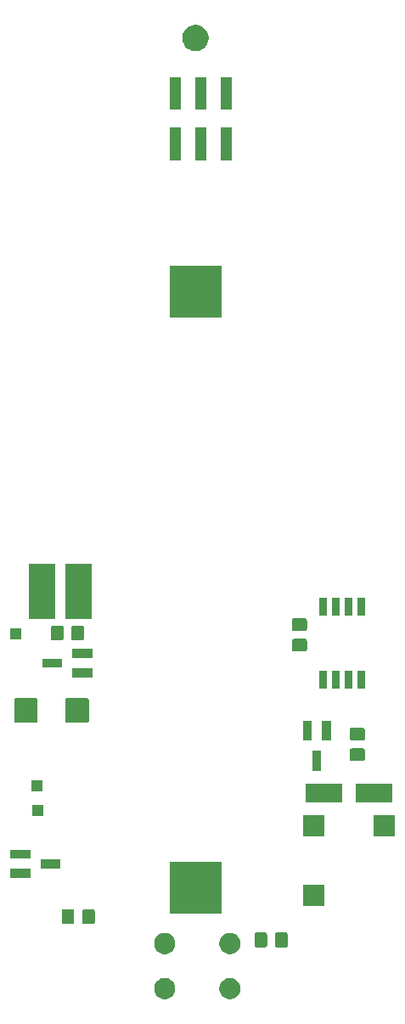
<source format=gbr>
G04 #@! TF.GenerationSoftware,KiCad,Pcbnew,(5.0.1)-4*
G04 #@! TF.CreationDate,2019-03-02T12:17:37+01:00*
G04 #@! TF.ProjectId,Simple_Christamas_Ornament,53696D706C655F436872697374616D61,rev?*
G04 #@! TF.SameCoordinates,Original*
G04 #@! TF.FileFunction,Soldermask,Top*
G04 #@! TF.FilePolarity,Negative*
%FSLAX46Y46*%
G04 Gerber Fmt 4.6, Leading zero omitted, Abs format (unit mm)*
G04 Created by KiCad (PCBNEW (5.0.1)-4) date 02/03/2019 12:17:37*
%MOMM*%
%LPD*%
G01*
G04 APERTURE LIST*
%ADD10C,0.100000*%
G04 APERTURE END LIST*
D10*
G36*
X143384765Y-138668189D02*
X143576034Y-138747415D01*
X143748176Y-138862437D01*
X143894563Y-139008824D01*
X144009585Y-139180966D01*
X144088811Y-139372235D01*
X144129200Y-139575284D01*
X144129200Y-139782316D01*
X144088811Y-139985365D01*
X144009585Y-140176634D01*
X143894563Y-140348776D01*
X143748176Y-140495163D01*
X143576034Y-140610185D01*
X143384765Y-140689411D01*
X143181716Y-140729800D01*
X142974684Y-140729800D01*
X142771635Y-140689411D01*
X142580366Y-140610185D01*
X142408224Y-140495163D01*
X142261837Y-140348776D01*
X142146815Y-140176634D01*
X142067589Y-139985365D01*
X142027200Y-139782316D01*
X142027200Y-139575284D01*
X142067589Y-139372235D01*
X142146815Y-139180966D01*
X142261837Y-139008824D01*
X142408224Y-138862437D01*
X142580366Y-138747415D01*
X142771635Y-138668189D01*
X142974684Y-138627800D01*
X143181716Y-138627800D01*
X143384765Y-138668189D01*
X143384765Y-138668189D01*
G37*
G36*
X136884765Y-138668189D02*
X137076034Y-138747415D01*
X137248176Y-138862437D01*
X137394563Y-139008824D01*
X137509585Y-139180966D01*
X137588811Y-139372235D01*
X137629200Y-139575284D01*
X137629200Y-139782316D01*
X137588811Y-139985365D01*
X137509585Y-140176634D01*
X137394563Y-140348776D01*
X137248176Y-140495163D01*
X137076034Y-140610185D01*
X136884765Y-140689411D01*
X136681716Y-140729800D01*
X136474684Y-140729800D01*
X136271635Y-140689411D01*
X136080366Y-140610185D01*
X135908224Y-140495163D01*
X135761837Y-140348776D01*
X135646815Y-140176634D01*
X135567589Y-139985365D01*
X135527200Y-139782316D01*
X135527200Y-139575284D01*
X135567589Y-139372235D01*
X135646815Y-139180966D01*
X135761837Y-139008824D01*
X135908224Y-138862437D01*
X136080366Y-138747415D01*
X136271635Y-138668189D01*
X136474684Y-138627800D01*
X136681716Y-138627800D01*
X136884765Y-138668189D01*
X136884765Y-138668189D01*
G37*
G36*
X143384765Y-134168189D02*
X143576034Y-134247415D01*
X143748176Y-134362437D01*
X143894563Y-134508824D01*
X144009585Y-134680966D01*
X144088811Y-134872235D01*
X144129200Y-135075284D01*
X144129200Y-135282316D01*
X144088811Y-135485365D01*
X144009585Y-135676634D01*
X143894563Y-135848776D01*
X143748176Y-135995163D01*
X143576034Y-136110185D01*
X143384765Y-136189411D01*
X143181716Y-136229800D01*
X142974684Y-136229800D01*
X142771635Y-136189411D01*
X142580366Y-136110185D01*
X142408224Y-135995163D01*
X142261837Y-135848776D01*
X142146815Y-135676634D01*
X142067589Y-135485365D01*
X142027200Y-135282316D01*
X142027200Y-135075284D01*
X142067589Y-134872235D01*
X142146815Y-134680966D01*
X142261837Y-134508824D01*
X142408224Y-134362437D01*
X142580366Y-134247415D01*
X142771635Y-134168189D01*
X142974684Y-134127800D01*
X143181716Y-134127800D01*
X143384765Y-134168189D01*
X143384765Y-134168189D01*
G37*
G36*
X136884765Y-134168189D02*
X137076034Y-134247415D01*
X137248176Y-134362437D01*
X137394563Y-134508824D01*
X137509585Y-134680966D01*
X137588811Y-134872235D01*
X137629200Y-135075284D01*
X137629200Y-135282316D01*
X137588811Y-135485365D01*
X137509585Y-135676634D01*
X137394563Y-135848776D01*
X137248176Y-135995163D01*
X137076034Y-136110185D01*
X136884765Y-136189411D01*
X136681716Y-136229800D01*
X136474684Y-136229800D01*
X136271635Y-136189411D01*
X136080366Y-136110185D01*
X135908224Y-135995163D01*
X135761837Y-135848776D01*
X135646815Y-135676634D01*
X135567589Y-135485365D01*
X135527200Y-135282316D01*
X135527200Y-135075284D01*
X135567589Y-134872235D01*
X135646815Y-134680966D01*
X135761837Y-134508824D01*
X135908224Y-134362437D01*
X136080366Y-134247415D01*
X136271635Y-134168189D01*
X136474684Y-134127800D01*
X136681716Y-134127800D01*
X136884765Y-134168189D01*
X136884765Y-134168189D01*
G37*
G36*
X146622677Y-134076665D02*
X146660364Y-134088098D01*
X146695103Y-134106666D01*
X146725548Y-134131652D01*
X146750534Y-134162097D01*
X146769102Y-134196836D01*
X146780535Y-134234523D01*
X146785000Y-134279861D01*
X146785000Y-135366539D01*
X146780535Y-135411877D01*
X146769102Y-135449564D01*
X146750534Y-135484303D01*
X146725548Y-135514748D01*
X146695103Y-135539734D01*
X146660364Y-135558302D01*
X146622677Y-135569735D01*
X146577339Y-135574200D01*
X145740661Y-135574200D01*
X145695323Y-135569735D01*
X145657636Y-135558302D01*
X145622897Y-135539734D01*
X145592452Y-135514748D01*
X145567466Y-135484303D01*
X145548898Y-135449564D01*
X145537465Y-135411877D01*
X145533000Y-135366539D01*
X145533000Y-134279861D01*
X145537465Y-134234523D01*
X145548898Y-134196836D01*
X145567466Y-134162097D01*
X145592452Y-134131652D01*
X145622897Y-134106666D01*
X145657636Y-134088098D01*
X145695323Y-134076665D01*
X145740661Y-134072200D01*
X146577339Y-134072200D01*
X146622677Y-134076665D01*
X146622677Y-134076665D01*
G37*
G36*
X148672677Y-134076665D02*
X148710364Y-134088098D01*
X148745103Y-134106666D01*
X148775548Y-134131652D01*
X148800534Y-134162097D01*
X148819102Y-134196836D01*
X148830535Y-134234523D01*
X148835000Y-134279861D01*
X148835000Y-135366539D01*
X148830535Y-135411877D01*
X148819102Y-135449564D01*
X148800534Y-135484303D01*
X148775548Y-135514748D01*
X148745103Y-135539734D01*
X148710364Y-135558302D01*
X148672677Y-135569735D01*
X148627339Y-135574200D01*
X147790661Y-135574200D01*
X147745323Y-135569735D01*
X147707636Y-135558302D01*
X147672897Y-135539734D01*
X147642452Y-135514748D01*
X147617466Y-135484303D01*
X147598898Y-135449564D01*
X147587465Y-135411877D01*
X147583000Y-135366539D01*
X147583000Y-134279861D01*
X147587465Y-134234523D01*
X147598898Y-134196836D01*
X147617466Y-134162097D01*
X147642452Y-134131652D01*
X147672897Y-134106666D01*
X147707636Y-134088098D01*
X147745323Y-134076665D01*
X147790661Y-134072200D01*
X148627339Y-134072200D01*
X148672677Y-134076665D01*
X148672677Y-134076665D01*
G37*
G36*
X129444877Y-131765265D02*
X129482564Y-131776698D01*
X129517303Y-131795266D01*
X129547748Y-131820252D01*
X129572734Y-131850697D01*
X129591302Y-131885436D01*
X129602735Y-131923123D01*
X129607200Y-131968461D01*
X129607200Y-133055139D01*
X129602735Y-133100477D01*
X129591302Y-133138164D01*
X129572734Y-133172903D01*
X129547748Y-133203348D01*
X129517303Y-133228334D01*
X129482564Y-133246902D01*
X129444877Y-133258335D01*
X129399539Y-133262800D01*
X128562861Y-133262800D01*
X128517523Y-133258335D01*
X128479836Y-133246902D01*
X128445097Y-133228334D01*
X128414652Y-133203348D01*
X128389666Y-133172903D01*
X128371098Y-133138164D01*
X128359665Y-133100477D01*
X128355200Y-133055139D01*
X128355200Y-131968461D01*
X128359665Y-131923123D01*
X128371098Y-131885436D01*
X128389666Y-131850697D01*
X128414652Y-131820252D01*
X128445097Y-131795266D01*
X128479836Y-131776698D01*
X128517523Y-131765265D01*
X128562861Y-131760800D01*
X129399539Y-131760800D01*
X129444877Y-131765265D01*
X129444877Y-131765265D01*
G37*
G36*
X127394877Y-131765265D02*
X127432564Y-131776698D01*
X127467303Y-131795266D01*
X127497748Y-131820252D01*
X127522734Y-131850697D01*
X127541302Y-131885436D01*
X127552735Y-131923123D01*
X127557200Y-131968461D01*
X127557200Y-133055139D01*
X127552735Y-133100477D01*
X127541302Y-133138164D01*
X127522734Y-133172903D01*
X127497748Y-133203348D01*
X127467303Y-133228334D01*
X127432564Y-133246902D01*
X127394877Y-133258335D01*
X127349539Y-133262800D01*
X126512861Y-133262800D01*
X126467523Y-133258335D01*
X126429836Y-133246902D01*
X126395097Y-133228334D01*
X126364652Y-133203348D01*
X126339666Y-133172903D01*
X126321098Y-133138164D01*
X126309665Y-133100477D01*
X126305200Y-133055139D01*
X126305200Y-131968461D01*
X126309665Y-131923123D01*
X126321098Y-131885436D01*
X126339666Y-131850697D01*
X126364652Y-131820252D01*
X126395097Y-131795266D01*
X126429836Y-131776698D01*
X126467523Y-131765265D01*
X126512861Y-131760800D01*
X127349539Y-131760800D01*
X127394877Y-131765265D01*
X127394877Y-131765265D01*
G37*
G36*
X142241800Y-132181800D02*
X137059800Y-132181800D01*
X137059800Y-126999800D01*
X142241800Y-126999800D01*
X142241800Y-132181800D01*
X142241800Y-132181800D01*
G37*
G36*
X152521600Y-131469600D02*
X150419600Y-131469600D01*
X150419600Y-129367600D01*
X152521600Y-129367600D01*
X152521600Y-131469600D01*
X152521600Y-131469600D01*
G37*
G36*
X123199000Y-128629600D02*
X121197000Y-128629600D01*
X121197000Y-127727600D01*
X123199000Y-127727600D01*
X123199000Y-128629600D01*
X123199000Y-128629600D01*
G37*
G36*
X126199000Y-127679600D02*
X124197000Y-127679600D01*
X124197000Y-126777600D01*
X126199000Y-126777600D01*
X126199000Y-127679600D01*
X126199000Y-127679600D01*
G37*
G36*
X123199000Y-126729600D02*
X121197000Y-126729600D01*
X121197000Y-125827600D01*
X123199000Y-125827600D01*
X123199000Y-126729600D01*
X123199000Y-126729600D01*
G37*
G36*
X159521600Y-124469600D02*
X157419600Y-124469600D01*
X157419600Y-122367600D01*
X159521600Y-122367600D01*
X159521600Y-124469600D01*
X159521600Y-124469600D01*
G37*
G36*
X152521600Y-124469600D02*
X150419600Y-124469600D01*
X150419600Y-122367600D01*
X152521600Y-122367600D01*
X152521600Y-124469600D01*
X152521600Y-124469600D01*
G37*
G36*
X124477600Y-122445600D02*
X123375600Y-122445600D01*
X123375600Y-121343600D01*
X124477600Y-121343600D01*
X124477600Y-122445600D01*
X124477600Y-122445600D01*
G37*
G36*
X159241000Y-121143800D02*
X155639000Y-121143800D01*
X155639000Y-119241800D01*
X159241000Y-119241800D01*
X159241000Y-121143800D01*
X159241000Y-121143800D01*
G37*
G36*
X154241000Y-121143800D02*
X150639000Y-121143800D01*
X150639000Y-119241800D01*
X154241000Y-119241800D01*
X154241000Y-121143800D01*
X154241000Y-121143800D01*
G37*
G36*
X124426800Y-119981800D02*
X123324800Y-119981800D01*
X123324800Y-118879800D01*
X124426800Y-118879800D01*
X124426800Y-119981800D01*
X124426800Y-119981800D01*
G37*
G36*
X152190600Y-117969400D02*
X151288600Y-117969400D01*
X151288600Y-115967400D01*
X152190600Y-115967400D01*
X152190600Y-117969400D01*
X152190600Y-117969400D01*
G37*
G36*
X156366877Y-115735865D02*
X156404564Y-115747298D01*
X156439303Y-115765866D01*
X156469748Y-115790852D01*
X156494734Y-115821297D01*
X156513302Y-115856036D01*
X156524735Y-115893723D01*
X156529200Y-115939061D01*
X156529200Y-116775739D01*
X156524735Y-116821077D01*
X156513302Y-116858764D01*
X156494734Y-116893503D01*
X156469748Y-116923948D01*
X156439303Y-116948934D01*
X156404564Y-116967502D01*
X156366877Y-116978935D01*
X156321539Y-116983400D01*
X155234861Y-116983400D01*
X155189523Y-116978935D01*
X155151836Y-116967502D01*
X155117097Y-116948934D01*
X155086652Y-116923948D01*
X155061666Y-116893503D01*
X155043098Y-116858764D01*
X155031665Y-116821077D01*
X155027200Y-116775739D01*
X155027200Y-115939061D01*
X155031665Y-115893723D01*
X155043098Y-115856036D01*
X155061666Y-115821297D01*
X155086652Y-115790852D01*
X155117097Y-115765866D01*
X155151836Y-115747298D01*
X155189523Y-115735865D01*
X155234861Y-115731400D01*
X156321539Y-115731400D01*
X156366877Y-115735865D01*
X156366877Y-115735865D01*
G37*
G36*
X151240600Y-114969400D02*
X150338600Y-114969400D01*
X150338600Y-112967400D01*
X151240600Y-112967400D01*
X151240600Y-114969400D01*
X151240600Y-114969400D01*
G37*
G36*
X153140600Y-114969400D02*
X152238600Y-114969400D01*
X152238600Y-112967400D01*
X153140600Y-112967400D01*
X153140600Y-114969400D01*
X153140600Y-114969400D01*
G37*
G36*
X156366877Y-113685865D02*
X156404564Y-113697298D01*
X156439303Y-113715866D01*
X156469748Y-113740852D01*
X156494734Y-113771297D01*
X156513302Y-113806036D01*
X156524735Y-113843723D01*
X156529200Y-113889061D01*
X156529200Y-114725739D01*
X156524735Y-114771077D01*
X156513302Y-114808764D01*
X156494734Y-114843503D01*
X156469748Y-114873948D01*
X156439303Y-114898934D01*
X156404564Y-114917502D01*
X156366877Y-114928935D01*
X156321539Y-114933400D01*
X155234861Y-114933400D01*
X155189523Y-114928935D01*
X155151836Y-114917502D01*
X155117097Y-114898934D01*
X155086652Y-114873948D01*
X155061666Y-114843503D01*
X155043098Y-114808764D01*
X155031665Y-114771077D01*
X155027200Y-114725739D01*
X155027200Y-113889061D01*
X155031665Y-113843723D01*
X155043098Y-113806036D01*
X155061666Y-113771297D01*
X155086652Y-113740852D01*
X155117097Y-113715866D01*
X155151836Y-113697298D01*
X155189523Y-113685865D01*
X155234861Y-113681400D01*
X156321539Y-113681400D01*
X156366877Y-113685865D01*
X156366877Y-113685865D01*
G37*
G36*
X128881986Y-110740946D02*
X128912661Y-110750251D01*
X128940932Y-110765363D01*
X128965706Y-110785694D01*
X128986037Y-110810468D01*
X129001149Y-110838739D01*
X129010454Y-110869414D01*
X129014200Y-110907450D01*
X129014200Y-113018950D01*
X129010454Y-113056986D01*
X129001149Y-113087661D01*
X128986037Y-113115932D01*
X128965706Y-113140706D01*
X128940932Y-113161037D01*
X128912661Y-113176149D01*
X128881986Y-113185454D01*
X128843950Y-113189200D01*
X126832450Y-113189200D01*
X126794414Y-113185454D01*
X126763739Y-113176149D01*
X126735468Y-113161037D01*
X126710694Y-113140706D01*
X126690363Y-113115932D01*
X126675251Y-113087661D01*
X126665946Y-113056986D01*
X126662200Y-113018950D01*
X126662200Y-110907450D01*
X126665946Y-110869414D01*
X126675251Y-110838739D01*
X126690363Y-110810468D01*
X126710694Y-110785694D01*
X126735468Y-110765363D01*
X126763739Y-110750251D01*
X126794414Y-110740946D01*
X126832450Y-110737200D01*
X128843950Y-110737200D01*
X128881986Y-110740946D01*
X128881986Y-110740946D01*
G37*
G36*
X123781986Y-110740946D02*
X123812661Y-110750251D01*
X123840932Y-110765363D01*
X123865706Y-110785694D01*
X123886037Y-110810468D01*
X123901149Y-110838739D01*
X123910454Y-110869414D01*
X123914200Y-110907450D01*
X123914200Y-113018950D01*
X123910454Y-113056986D01*
X123901149Y-113087661D01*
X123886037Y-113115932D01*
X123865706Y-113140706D01*
X123840932Y-113161037D01*
X123812661Y-113176149D01*
X123781986Y-113185454D01*
X123743950Y-113189200D01*
X121732450Y-113189200D01*
X121694414Y-113185454D01*
X121663739Y-113176149D01*
X121635468Y-113161037D01*
X121610694Y-113140706D01*
X121590363Y-113115932D01*
X121575251Y-113087661D01*
X121565946Y-113056986D01*
X121562200Y-113018950D01*
X121562200Y-110907450D01*
X121565946Y-110869414D01*
X121575251Y-110838739D01*
X121590363Y-110810468D01*
X121610694Y-110785694D01*
X121635468Y-110765363D01*
X121663739Y-110750251D01*
X121694414Y-110740946D01*
X121732450Y-110737200D01*
X123743950Y-110737200D01*
X123781986Y-110740946D01*
X123781986Y-110740946D01*
G37*
G36*
X153995200Y-109783200D02*
X153243200Y-109783200D01*
X153243200Y-107981200D01*
X153995200Y-107981200D01*
X153995200Y-109783200D01*
X153995200Y-109783200D01*
G37*
G36*
X152725200Y-109783200D02*
X151973200Y-109783200D01*
X151973200Y-107981200D01*
X152725200Y-107981200D01*
X152725200Y-109783200D01*
X152725200Y-109783200D01*
G37*
G36*
X156535200Y-109783200D02*
X155783200Y-109783200D01*
X155783200Y-107981200D01*
X156535200Y-107981200D01*
X156535200Y-109783200D01*
X156535200Y-109783200D01*
G37*
G36*
X155265200Y-109783200D02*
X154513200Y-109783200D01*
X154513200Y-107981200D01*
X155265200Y-107981200D01*
X155265200Y-109783200D01*
X155265200Y-109783200D01*
G37*
G36*
X129364600Y-108629600D02*
X127362600Y-108629600D01*
X127362600Y-107727600D01*
X129364600Y-107727600D01*
X129364600Y-108629600D01*
X129364600Y-108629600D01*
G37*
G36*
X126364600Y-107679600D02*
X124362600Y-107679600D01*
X124362600Y-106777600D01*
X126364600Y-106777600D01*
X126364600Y-107679600D01*
X126364600Y-107679600D01*
G37*
G36*
X129364600Y-106729600D02*
X127362600Y-106729600D01*
X127362600Y-105827600D01*
X129364600Y-105827600D01*
X129364600Y-106729600D01*
X129364600Y-106729600D01*
G37*
G36*
X150601077Y-104806465D02*
X150638764Y-104817898D01*
X150673503Y-104836466D01*
X150703948Y-104861452D01*
X150728934Y-104891897D01*
X150747502Y-104926636D01*
X150758935Y-104964323D01*
X150763400Y-105009661D01*
X150763400Y-105846339D01*
X150758935Y-105891677D01*
X150747502Y-105929364D01*
X150728934Y-105964103D01*
X150703948Y-105994548D01*
X150673503Y-106019534D01*
X150638764Y-106038102D01*
X150601077Y-106049535D01*
X150555739Y-106054000D01*
X149469061Y-106054000D01*
X149423723Y-106049535D01*
X149386036Y-106038102D01*
X149351297Y-106019534D01*
X149320852Y-105994548D01*
X149295866Y-105964103D01*
X149277298Y-105929364D01*
X149265865Y-105891677D01*
X149261400Y-105846339D01*
X149261400Y-105009661D01*
X149265865Y-104964323D01*
X149277298Y-104926636D01*
X149295866Y-104891897D01*
X149320852Y-104861452D01*
X149351297Y-104836466D01*
X149386036Y-104817898D01*
X149423723Y-104806465D01*
X149469061Y-104802000D01*
X150555739Y-104802000D01*
X150601077Y-104806465D01*
X150601077Y-104806465D01*
G37*
G36*
X128361677Y-103469665D02*
X128399364Y-103481098D01*
X128434103Y-103499666D01*
X128464548Y-103524652D01*
X128489534Y-103555097D01*
X128508102Y-103589836D01*
X128519535Y-103627523D01*
X128524000Y-103672861D01*
X128524000Y-104759539D01*
X128519535Y-104804877D01*
X128508102Y-104842564D01*
X128489534Y-104877303D01*
X128464548Y-104907748D01*
X128434103Y-104932734D01*
X128399364Y-104951302D01*
X128361677Y-104962735D01*
X128316339Y-104967200D01*
X127479661Y-104967200D01*
X127434323Y-104962735D01*
X127396636Y-104951302D01*
X127361897Y-104932734D01*
X127331452Y-104907748D01*
X127306466Y-104877303D01*
X127287898Y-104842564D01*
X127276465Y-104804877D01*
X127272000Y-104759539D01*
X127272000Y-103672861D01*
X127276465Y-103627523D01*
X127287898Y-103589836D01*
X127306466Y-103555097D01*
X127331452Y-103524652D01*
X127361897Y-103499666D01*
X127396636Y-103481098D01*
X127434323Y-103469665D01*
X127479661Y-103465200D01*
X128316339Y-103465200D01*
X128361677Y-103469665D01*
X128361677Y-103469665D01*
G37*
G36*
X126311677Y-103469665D02*
X126349364Y-103481098D01*
X126384103Y-103499666D01*
X126414548Y-103524652D01*
X126439534Y-103555097D01*
X126458102Y-103589836D01*
X126469535Y-103627523D01*
X126474000Y-103672861D01*
X126474000Y-104759539D01*
X126469535Y-104804877D01*
X126458102Y-104842564D01*
X126439534Y-104877303D01*
X126414548Y-104907748D01*
X126384103Y-104932734D01*
X126349364Y-104951302D01*
X126311677Y-104962735D01*
X126266339Y-104967200D01*
X125429661Y-104967200D01*
X125384323Y-104962735D01*
X125346636Y-104951302D01*
X125311897Y-104932734D01*
X125281452Y-104907748D01*
X125256466Y-104877303D01*
X125237898Y-104842564D01*
X125226465Y-104804877D01*
X125222000Y-104759539D01*
X125222000Y-103672861D01*
X125226465Y-103627523D01*
X125237898Y-103589836D01*
X125256466Y-103555097D01*
X125281452Y-103524652D01*
X125311897Y-103499666D01*
X125346636Y-103481098D01*
X125384323Y-103469665D01*
X125429661Y-103465200D01*
X126266339Y-103465200D01*
X126311677Y-103469665D01*
X126311677Y-103469665D01*
G37*
G36*
X122267800Y-104843400D02*
X121165800Y-104843400D01*
X121165800Y-103741400D01*
X122267800Y-103741400D01*
X122267800Y-104843400D01*
X122267800Y-104843400D01*
G37*
G36*
X150601077Y-102756465D02*
X150638764Y-102767898D01*
X150673503Y-102786466D01*
X150703948Y-102811452D01*
X150728934Y-102841897D01*
X150747502Y-102876636D01*
X150758935Y-102914323D01*
X150763400Y-102959661D01*
X150763400Y-103796339D01*
X150758935Y-103841677D01*
X150747502Y-103879364D01*
X150728934Y-103914103D01*
X150703948Y-103944548D01*
X150673503Y-103969534D01*
X150638764Y-103988102D01*
X150601077Y-103999535D01*
X150555739Y-104004000D01*
X149469061Y-104004000D01*
X149423723Y-103999535D01*
X149386036Y-103988102D01*
X149351297Y-103969534D01*
X149320852Y-103944548D01*
X149295866Y-103914103D01*
X149277298Y-103879364D01*
X149265865Y-103841677D01*
X149261400Y-103796339D01*
X149261400Y-102959661D01*
X149265865Y-102914323D01*
X149277298Y-102876636D01*
X149295866Y-102841897D01*
X149320852Y-102811452D01*
X149351297Y-102786466D01*
X149386036Y-102767898D01*
X149423723Y-102756465D01*
X149469061Y-102752000D01*
X150555739Y-102752000D01*
X150601077Y-102756465D01*
X150601077Y-102756465D01*
G37*
G36*
X129317000Y-102827000D02*
X126715000Y-102827000D01*
X126715000Y-97325000D01*
X129317000Y-97325000D01*
X129317000Y-102827000D01*
X129317000Y-102827000D01*
G37*
G36*
X125617000Y-102827000D02*
X123015000Y-102827000D01*
X123015000Y-97325000D01*
X125617000Y-97325000D01*
X125617000Y-102827000D01*
X125617000Y-102827000D01*
G37*
G36*
X156535200Y-102483200D02*
X155783200Y-102483200D01*
X155783200Y-100681200D01*
X156535200Y-100681200D01*
X156535200Y-102483200D01*
X156535200Y-102483200D01*
G37*
G36*
X152725200Y-102483200D02*
X151973200Y-102483200D01*
X151973200Y-100681200D01*
X152725200Y-100681200D01*
X152725200Y-102483200D01*
X152725200Y-102483200D01*
G37*
G36*
X153995200Y-102483200D02*
X153243200Y-102483200D01*
X153243200Y-100681200D01*
X153995200Y-100681200D01*
X153995200Y-102483200D01*
X153995200Y-102483200D01*
G37*
G36*
X155265200Y-102483200D02*
X154513200Y-102483200D01*
X154513200Y-100681200D01*
X155265200Y-100681200D01*
X155265200Y-102483200D01*
X155265200Y-102483200D01*
G37*
G36*
X142241800Y-72745800D02*
X137059800Y-72745800D01*
X137059800Y-67563800D01*
X142241800Y-67563800D01*
X142241800Y-72745800D01*
X142241800Y-72745800D01*
G37*
G36*
X143273600Y-57084600D02*
X142171600Y-57084600D01*
X142171600Y-53832600D01*
X143273600Y-53832600D01*
X143273600Y-57084600D01*
X143273600Y-57084600D01*
G37*
G36*
X140733600Y-57084600D02*
X139631600Y-57084600D01*
X139631600Y-53832600D01*
X140733600Y-53832600D01*
X140733600Y-57084600D01*
X140733600Y-57084600D01*
G37*
G36*
X138193600Y-57084600D02*
X137091600Y-57084600D01*
X137091600Y-53832600D01*
X138193600Y-53832600D01*
X138193600Y-57084600D01*
X138193600Y-57084600D01*
G37*
G36*
X143273600Y-52034600D02*
X142171600Y-52034600D01*
X142171600Y-48782600D01*
X143273600Y-48782600D01*
X143273600Y-52034600D01*
X143273600Y-52034600D01*
G37*
G36*
X140733600Y-52034600D02*
X139631600Y-52034600D01*
X139631600Y-48782600D01*
X140733600Y-48782600D01*
X140733600Y-52034600D01*
X140733600Y-52034600D01*
G37*
G36*
X138193600Y-52034600D02*
X137091600Y-52034600D01*
X137091600Y-48782600D01*
X138193600Y-48782600D01*
X138193600Y-52034600D01*
X138193600Y-52034600D01*
G37*
G36*
X140029485Y-43643496D02*
X140029487Y-43643497D01*
X140029488Y-43643497D01*
X140266255Y-43741569D01*
X140479342Y-43883949D01*
X140660551Y-44065158D01*
X140802931Y-44278245D01*
X140901004Y-44515015D01*
X140951000Y-44766361D01*
X140951000Y-45022639D01*
X140901004Y-45273985D01*
X140802931Y-45510755D01*
X140660551Y-45723842D01*
X140479342Y-45905051D01*
X140479339Y-45905053D01*
X140266255Y-46047431D01*
X140029488Y-46145503D01*
X140029487Y-46145503D01*
X140029485Y-46145504D01*
X139778139Y-46195500D01*
X139521861Y-46195500D01*
X139270515Y-46145504D01*
X139270513Y-46145503D01*
X139270512Y-46145503D01*
X139033745Y-46047431D01*
X138820661Y-45905053D01*
X138820658Y-45905051D01*
X138639449Y-45723842D01*
X138497069Y-45510755D01*
X138398996Y-45273985D01*
X138349000Y-45022639D01*
X138349000Y-44766361D01*
X138398996Y-44515015D01*
X138497069Y-44278245D01*
X138639449Y-44065158D01*
X138820658Y-43883949D01*
X139033745Y-43741569D01*
X139270512Y-43643497D01*
X139270513Y-43643497D01*
X139270515Y-43643496D01*
X139521861Y-43593500D01*
X139778139Y-43593500D01*
X140029485Y-43643496D01*
X140029485Y-43643496D01*
G37*
M02*

</source>
